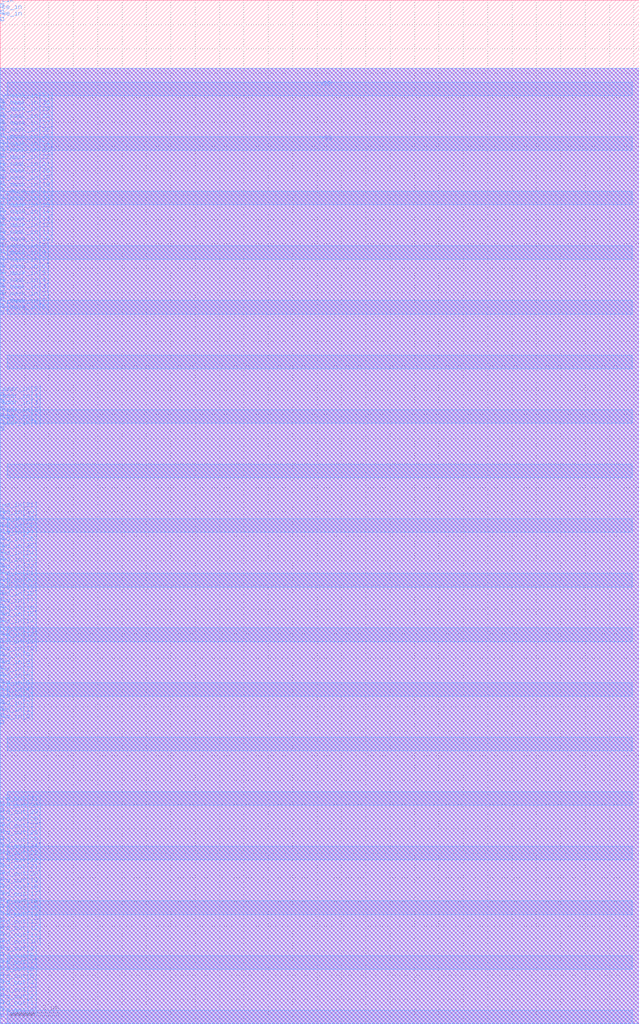
<source format=lef>
# Generated by FakeRAM 2.0
VERSION 5.7 ;
BUSBITCHARS "[]" ;
PROPERTYDEFINITIONS
  MACRO width INTEGER ;
  MACRO depth INTEGER ;
  MACRO banks INTEGER ;
END PROPERTYDEFINITIONS
MACRO fakeram45_64x32_top_tier
  PROPERTY width 32 ;
  PROPERTY depth 64 ;
  PROPERTY banks 1 ;
  FOREIGN fakeram45_64x32_top_tier 0 0 ;
  SYMMETRY X Y R90 ;
  SIZE 26.220 BY 42.0 ;
  CLASS BLOCK ;
  PIN rd_out[0]
    DIRECTION OUTPUT ;
    USE SIGNAL ;
    SHAPE ABUTMENT ;
    PORT
      LAYER metal4_top_tier ;
      RECT 0.000 0.280 0.140 0.420 ;
    END
  END rd_out[0]
  PIN rd_out[1]
    DIRECTION OUTPUT ;
    USE SIGNAL ;
    SHAPE ABUTMENT ;
    PORT
      LAYER metal4_top_tier ;
      RECT 0.000 0.560 0.140 0.700 ;
    END
  END rd_out[1]
  PIN rd_out[2]
    DIRECTION OUTPUT ;
    USE SIGNAL ;
    SHAPE ABUTMENT ;
    PORT
      LAYER metal4_top_tier ;
      RECT 0.000 0.840 0.140 0.980 ;
    END
  END rd_out[2]
  PIN rd_out[3]
    DIRECTION OUTPUT ;
    USE SIGNAL ;
    SHAPE ABUTMENT ;
    PORT
      LAYER metal4_top_tier ;
      RECT 0.000 1.120 0.140 1.260 ;
    END
  END rd_out[3]
  PIN rd_out[4]
    DIRECTION OUTPUT ;
    USE SIGNAL ;
    SHAPE ABUTMENT ;
    PORT
      LAYER metal4_top_tier ;
      RECT 0.000 1.400 0.140 1.540 ;
    END
  END rd_out[4]
  PIN rd_out[5]
    DIRECTION OUTPUT ;
    USE SIGNAL ;
    SHAPE ABUTMENT ;
    PORT
      LAYER metal4_top_tier ;
      RECT 0.000 1.680 0.140 1.820 ;
    END
  END rd_out[5]
  PIN rd_out[6]
    DIRECTION OUTPUT ;
    USE SIGNAL ;
    SHAPE ABUTMENT ;
    PORT
      LAYER metal4_top_tier ;
      RECT 0.000 1.960 0.140 2.100 ;
    END
  END rd_out[6]
  PIN rd_out[7]
    DIRECTION OUTPUT ;
    USE SIGNAL ;
    SHAPE ABUTMENT ;
    PORT
      LAYER metal4_top_tier ;
      RECT 0.000 2.240 0.140 2.380 ;
    END
  END rd_out[7]
  PIN rd_out[8]
    DIRECTION OUTPUT ;
    USE SIGNAL ;
    SHAPE ABUTMENT ;
    PORT
      LAYER metal4_top_tier ;
      RECT 0.000 2.520 0.140 2.660 ;
    END
  END rd_out[8]
  PIN rd_out[9]
    DIRECTION OUTPUT ;
    USE SIGNAL ;
    SHAPE ABUTMENT ;
    PORT
      LAYER metal4_top_tier ;
      RECT 0.000 2.800 0.140 2.940 ;
    END
  END rd_out[9]
  PIN rd_out[10]
    DIRECTION OUTPUT ;
    USE SIGNAL ;
    SHAPE ABUTMENT ;
    PORT
      LAYER metal4_top_tier ;
      RECT 0.000 3.080 0.140 3.220 ;
    END
  END rd_out[10]
  PIN rd_out[11]
    DIRECTION OUTPUT ;
    USE SIGNAL ;
    SHAPE ABUTMENT ;
    PORT
      LAYER metal4_top_tier ;
      RECT 0.000 3.360 0.140 3.500 ;
    END
  END rd_out[11]
  PIN rd_out[12]
    DIRECTION OUTPUT ;
    USE SIGNAL ;
    SHAPE ABUTMENT ;
    PORT
      LAYER metal4_top_tier ;
      RECT 0.000 3.640 0.140 3.780 ;
    END
  END rd_out[12]
  PIN rd_out[13]
    DIRECTION OUTPUT ;
    USE SIGNAL ;
    SHAPE ABUTMENT ;
    PORT
      LAYER metal4_top_tier ;
      RECT 0.000 3.920 0.140 4.060 ;
    END
  END rd_out[13]
  PIN rd_out[14]
    DIRECTION OUTPUT ;
    USE SIGNAL ;
    SHAPE ABUTMENT ;
    PORT
      LAYER metal4_top_tier ;
      RECT 0.000 4.200 0.140 4.340 ;
    END
  END rd_out[14]
  PIN rd_out[15]
    DIRECTION OUTPUT ;
    USE SIGNAL ;
    SHAPE ABUTMENT ;
    PORT
      LAYER metal4_top_tier ;
      RECT 0.000 4.480 0.140 4.620 ;
    END
  END rd_out[15]
  PIN rd_out[16]
    DIRECTION OUTPUT ;
    USE SIGNAL ;
    SHAPE ABUTMENT ;
    PORT
      LAYER metal4_top_tier ;
      RECT 0.000 4.760 0.140 4.900 ;
    END
  END rd_out[16]
  PIN rd_out[17]
    DIRECTION OUTPUT ;
    USE SIGNAL ;
    SHAPE ABUTMENT ;
    PORT
      LAYER metal4_top_tier ;
      RECT 0.000 5.040 0.140 5.180 ;
    END
  END rd_out[17]
  PIN rd_out[18]
    DIRECTION OUTPUT ;
    USE SIGNAL ;
    SHAPE ABUTMENT ;
    PORT
      LAYER metal4_top_tier ;
      RECT 0.000 5.320 0.140 5.460 ;
    END
  END rd_out[18]
  PIN rd_out[19]
    DIRECTION OUTPUT ;
    USE SIGNAL ;
    SHAPE ABUTMENT ;
    PORT
      LAYER metal4_top_tier ;
      RECT 0.000 5.600 0.140 5.740 ;
    END
  END rd_out[19]
  PIN rd_out[20]
    DIRECTION OUTPUT ;
    USE SIGNAL ;
    SHAPE ABUTMENT ;
    PORT
      LAYER metal4_top_tier ;
      RECT 0.000 5.880 0.140 6.020 ;
    END
  END rd_out[20]
  PIN rd_out[21]
    DIRECTION OUTPUT ;
    USE SIGNAL ;
    SHAPE ABUTMENT ;
    PORT
      LAYER metal4_top_tier ;
      RECT 0.000 6.160 0.140 6.300 ;
    END
  END rd_out[21]
  PIN rd_out[22]
    DIRECTION OUTPUT ;
    USE SIGNAL ;
    SHAPE ABUTMENT ;
    PORT
      LAYER metal4_top_tier ;
      RECT 0.000 6.440 0.140 6.580 ;
    END
  END rd_out[22]
  PIN rd_out[23]
    DIRECTION OUTPUT ;
    USE SIGNAL ;
    SHAPE ABUTMENT ;
    PORT
      LAYER metal4_top_tier ;
      RECT 0.000 6.720 0.140 6.860 ;
    END
  END rd_out[23]
  PIN rd_out[24]
    DIRECTION OUTPUT ;
    USE SIGNAL ;
    SHAPE ABUTMENT ;
    PORT
      LAYER metal4_top_tier ;
      RECT 0.000 7.000 0.140 7.140 ;
    END
  END rd_out[24]
  PIN rd_out[25]
    DIRECTION OUTPUT ;
    USE SIGNAL ;
    SHAPE ABUTMENT ;
    PORT
      LAYER metal4_top_tier ;
      RECT 0.000 7.280 0.140 7.420 ;
    END
  END rd_out[25]
  PIN rd_out[26]
    DIRECTION OUTPUT ;
    USE SIGNAL ;
    SHAPE ABUTMENT ;
    PORT
      LAYER metal4_top_tier ;
      RECT 0.000 7.560 0.140 7.700 ;
    END
  END rd_out[26]
  PIN rd_out[27]
    DIRECTION OUTPUT ;
    USE SIGNAL ;
    SHAPE ABUTMENT ;
    PORT
      LAYER metal4_top_tier ;
      RECT 0.000 7.840 0.140 7.980 ;
    END
  END rd_out[27]
  PIN rd_out[28]
    DIRECTION OUTPUT ;
    USE SIGNAL ;
    SHAPE ABUTMENT ;
    PORT
      LAYER metal4_top_tier ;
      RECT 0.000 8.120 0.140 8.260 ;
    END
  END rd_out[28]
  PIN rd_out[29]
    DIRECTION OUTPUT ;
    USE SIGNAL ;
    SHAPE ABUTMENT ;
    PORT
      LAYER metal4_top_tier ;
      RECT 0.000 8.400 0.140 8.540 ;
    END
  END rd_out[29]
  PIN rd_out[30]
    DIRECTION OUTPUT ;
    USE SIGNAL ;
    SHAPE ABUTMENT ;
    PORT
      LAYER metal4_top_tier ;
      RECT 0.000 8.680 0.140 8.820 ;
    END
  END rd_out[30]
  PIN rd_out[31]
    DIRECTION OUTPUT ;
    USE SIGNAL ;
    SHAPE ABUTMENT ;
    PORT
      LAYER metal4_top_tier ;
      RECT 0.000 8.960 0.140 9.100 ;
    END
  END rd_out[31]
  PIN wd_in[0]
    DIRECTION INPUT ;
    USE SIGNAL ;
    SHAPE ABUTMENT ;
    PORT
      LAYER metal4_top_tier ;
      RECT 0.000 12.320 0.140 12.460 ;
    END
  END wd_in[0]
  PIN wd_in[1]
    DIRECTION INPUT ;
    USE SIGNAL ;
    SHAPE ABUTMENT ;
    PORT
      LAYER metal4_top_tier ;
      RECT 0.000 12.600 0.140 12.740 ;
    END
  END wd_in[1]
  PIN wd_in[2]
    DIRECTION INPUT ;
    USE SIGNAL ;
    SHAPE ABUTMENT ;
    PORT
      LAYER metal4_top_tier ;
      RECT 0.000 12.880 0.140 13.020 ;
    END
  END wd_in[2]
  PIN wd_in[3]
    DIRECTION INPUT ;
    USE SIGNAL ;
    SHAPE ABUTMENT ;
    PORT
      LAYER metal4_top_tier ;
      RECT 0.000 13.160 0.140 13.300 ;
    END
  END wd_in[3]
  PIN wd_in[4]
    DIRECTION INPUT ;
    USE SIGNAL ;
    SHAPE ABUTMENT ;
    PORT
      LAYER metal4_top_tier ;
      RECT 0.000 13.440 0.140 13.580 ;
    END
  END wd_in[4]
  PIN wd_in[5]
    DIRECTION INPUT ;
    USE SIGNAL ;
    SHAPE ABUTMENT ;
    PORT
      LAYER metal4_top_tier ;
      RECT 0.000 13.720 0.140 13.860 ;
    END
  END wd_in[5]
  PIN wd_in[6]
    DIRECTION INPUT ;
    USE SIGNAL ;
    SHAPE ABUTMENT ;
    PORT
      LAYER metal4_top_tier ;
      RECT 0.000 14.000 0.140 14.140 ;
    END
  END wd_in[6]
  PIN wd_in[7]
    DIRECTION INPUT ;
    USE SIGNAL ;
    SHAPE ABUTMENT ;
    PORT
      LAYER metal4_top_tier ;
      RECT 0.000 14.280 0.140 14.420 ;
    END
  END wd_in[7]
  PIN wd_in[8]
    DIRECTION INPUT ;
    USE SIGNAL ;
    SHAPE ABUTMENT ;
    PORT
      LAYER metal4_top_tier ;
      RECT 0.000 14.560 0.140 14.700 ;
    END
  END wd_in[8]
  PIN wd_in[9]
    DIRECTION INPUT ;
    USE SIGNAL ;
    SHAPE ABUTMENT ;
    PORT
      LAYER metal4_top_tier ;
      RECT 0.000 14.840 0.140 14.980 ;
    END
  END wd_in[9]
  PIN wd_in[10]
    DIRECTION INPUT ;
    USE SIGNAL ;
    SHAPE ABUTMENT ;
    PORT
      LAYER metal4_top_tier ;
      RECT 0.000 15.120 0.140 15.260 ;
    END
  END wd_in[10]
  PIN wd_in[11]
    DIRECTION INPUT ;
    USE SIGNAL ;
    SHAPE ABUTMENT ;
    PORT
      LAYER metal4_top_tier ;
      RECT 0.000 15.400 0.140 15.540 ;
    END
  END wd_in[11]
  PIN wd_in[12]
    DIRECTION INPUT ;
    USE SIGNAL ;
    SHAPE ABUTMENT ;
    PORT
      LAYER metal4_top_tier ;
      RECT 0.000 15.680 0.140 15.820 ;
    END
  END wd_in[12]
  PIN wd_in[13]
    DIRECTION INPUT ;
    USE SIGNAL ;
    SHAPE ABUTMENT ;
    PORT
      LAYER metal4_top_tier ;
      RECT 0.000 15.960 0.140 16.100 ;
    END
  END wd_in[13]
  PIN wd_in[14]
    DIRECTION INPUT ;
    USE SIGNAL ;
    SHAPE ABUTMENT ;
    PORT
      LAYER metal4_top_tier ;
      RECT 0.000 16.240 0.140 16.380 ;
    END
  END wd_in[14]
  PIN wd_in[15]
    DIRECTION INPUT ;
    USE SIGNAL ;
    SHAPE ABUTMENT ;
    PORT
      LAYER metal4_top_tier ;
      RECT 0.000 16.520 0.140 16.660 ;
    END
  END wd_in[15]
  PIN wd_in[16]
    DIRECTION INPUT ;
    USE SIGNAL ;
    SHAPE ABUTMENT ;
    PORT
      LAYER metal4_top_tier ;
      RECT 0.000 16.800 0.140 16.940 ;
    END
  END wd_in[16]
  PIN wd_in[17]
    DIRECTION INPUT ;
    USE SIGNAL ;
    SHAPE ABUTMENT ;
    PORT
      LAYER metal4_top_tier ;
      RECT 0.000 17.080 0.140 17.220 ;
    END
  END wd_in[17]
  PIN wd_in[18]
    DIRECTION INPUT ;
    USE SIGNAL ;
    SHAPE ABUTMENT ;
    PORT
      LAYER metal4_top_tier ;
      RECT 0.000 17.360 0.140 17.500 ;
    END
  END wd_in[18]
  PIN wd_in[19]
    DIRECTION INPUT ;
    USE SIGNAL ;
    SHAPE ABUTMENT ;
    PORT
      LAYER metal4_top_tier ;
      RECT 0.000 17.640 0.140 17.780 ;
    END
  END wd_in[19]
  PIN wd_in[20]
    DIRECTION INPUT ;
    USE SIGNAL ;
    SHAPE ABUTMENT ;
    PORT
      LAYER metal4_top_tier ;
      RECT 0.000 17.920 0.140 18.060 ;
    END
  END wd_in[20]
  PIN wd_in[21]
    DIRECTION INPUT ;
    USE SIGNAL ;
    SHAPE ABUTMENT ;
    PORT
      LAYER metal4_top_tier ;
      RECT 0.000 18.200 0.140 18.340 ;
    END
  END wd_in[21]
  PIN wd_in[22]
    DIRECTION INPUT ;
    USE SIGNAL ;
    SHAPE ABUTMENT ;
    PORT
      LAYER metal4_top_tier ;
      RECT 0.000 18.480 0.140 18.620 ;
    END
  END wd_in[22]
  PIN wd_in[23]
    DIRECTION INPUT ;
    USE SIGNAL ;
    SHAPE ABUTMENT ;
    PORT
      LAYER metal4_top_tier ;
      RECT 0.000 18.760 0.140 18.900 ;
    END
  END wd_in[23]
  PIN wd_in[24]
    DIRECTION INPUT ;
    USE SIGNAL ;
    SHAPE ABUTMENT ;
    PORT
      LAYER metal4_top_tier ;
      RECT 0.000 19.040 0.140 19.180 ;
    END
  END wd_in[24]
  PIN wd_in[25]
    DIRECTION INPUT ;
    USE SIGNAL ;
    SHAPE ABUTMENT ;
    PORT
      LAYER metal4_top_tier ;
      RECT 0.000 19.320 0.140 19.460 ;
    END
  END wd_in[25]
  PIN wd_in[26]
    DIRECTION INPUT ;
    USE SIGNAL ;
    SHAPE ABUTMENT ;
    PORT
      LAYER metal4_top_tier ;
      RECT 0.000 19.600 0.140 19.740 ;
    END
  END wd_in[26]
  PIN wd_in[27]
    DIRECTION INPUT ;
    USE SIGNAL ;
    SHAPE ABUTMENT ;
    PORT
      LAYER metal4_top_tier ;
      RECT 0.000 19.880 0.140 20.020 ;
    END
  END wd_in[27]
  PIN wd_in[28]
    DIRECTION INPUT ;
    USE SIGNAL ;
    SHAPE ABUTMENT ;
    PORT
      LAYER metal4_top_tier ;
      RECT 0.000 20.160 0.140 20.300 ;
    END
  END wd_in[28]
  PIN wd_in[29]
    DIRECTION INPUT ;
    USE SIGNAL ;
    SHAPE ABUTMENT ;
    PORT
      LAYER metal4_top_tier ;
      RECT 0.000 20.440 0.140 20.580 ;
    END
  END wd_in[29]
  PIN wd_in[30]
    DIRECTION INPUT ;
    USE SIGNAL ;
    SHAPE ABUTMENT ;
    PORT
      LAYER metal4_top_tier ;
      RECT 0.000 20.720 0.140 20.860 ;
    END
  END wd_in[30]
  PIN wd_in[31]
    DIRECTION INPUT ;
    USE SIGNAL ;
    SHAPE ABUTMENT ;
    PORT
      LAYER metal4_top_tier ;
      RECT 0.000 21.000 0.140 21.140 ;
    END
  END wd_in[31]
  PIN addr_in[0]
    DIRECTION INPUT ;
    USE SIGNAL ;
    SHAPE ABUTMENT ;
    PORT
      LAYER metal4_top_tier ;
      RECT 0.000 24.360 0.140 24.500 ;
    END
  END addr_in[0]
  PIN addr_in[1]
    DIRECTION INPUT ;
    USE SIGNAL ;
    SHAPE ABUTMENT ;
    PORT
      LAYER metal4_top_tier ;
      RECT 0.000 24.640 0.140 24.780 ;
    END
  END addr_in[1]
  PIN addr_in[2]
    DIRECTION INPUT ;
    USE SIGNAL ;
    SHAPE ABUTMENT ;
    PORT
      LAYER metal4_top_tier ;
      RECT 0.000 24.920 0.140 25.060 ;
    END
  END addr_in[2]
  PIN addr_in[3]
    DIRECTION INPUT ;
    USE SIGNAL ;
    SHAPE ABUTMENT ;
    PORT
      LAYER metal4_top_tier ;
      RECT 0.000 25.200 0.140 25.340 ;
    END
  END addr_in[3]
  PIN addr_in[4]
    DIRECTION INPUT ;
    USE SIGNAL ;
    SHAPE ABUTMENT ;
    PORT
      LAYER metal4_top_tier ;
      RECT 0.000 25.480 0.140 25.620 ;
    END
  END addr_in[4]
  PIN addr_in[5]
    DIRECTION INPUT ;
    USE SIGNAL ;
    SHAPE ABUTMENT ;
    PORT
      LAYER metal4_top_tier ;
      RECT 0.000 25.760 0.140 25.900 ;
    END
  END addr_in[5]
  PIN w_mask_in[0]
    DIRECTION OUTPUT ;
    USE SIGNAL ;
    SHAPE ABUTMENT ;
    PORT
      LAYER metal4_top_tier ;
      RECT 0.000 29.120 0.140 29.260 ;
    END
  END w_mask_in[0]
  PIN w_mask_in[1]
    DIRECTION OUTPUT ;
    USE SIGNAL ;
    SHAPE ABUTMENT ;
    PORT
      LAYER metal4_top_tier ;
      RECT 0.000 29.400 0.140 29.540 ;
    END
  END w_mask_in[1]
  PIN w_mask_in[2]
    DIRECTION OUTPUT ;
    USE SIGNAL ;
    SHAPE ABUTMENT ;
    PORT
      LAYER metal4_top_tier ;
      RECT 0.000 29.680 0.140 29.820 ;
    END
  END w_mask_in[2]
  PIN w_mask_in[3]
    DIRECTION OUTPUT ;
    USE SIGNAL ;
    SHAPE ABUTMENT ;
    PORT
      LAYER metal4_top_tier ;
      RECT 0.000 29.960 0.140 30.100 ;
    END
  END w_mask_in[3]
  PIN w_mask_in[4]
    DIRECTION OUTPUT ;
    USE SIGNAL ;
    SHAPE ABUTMENT ;
    PORT
      LAYER metal4_top_tier ;
      RECT 0.000 30.240 0.140 30.380 ;
    END
  END w_mask_in[4]
  PIN w_mask_in[5]
    DIRECTION OUTPUT ;
    USE SIGNAL ;
    SHAPE ABUTMENT ;
    PORT
      LAYER metal4_top_tier ;
      RECT 0.000 30.520 0.140 30.660 ;
    END
  END w_mask_in[5]
  PIN w_mask_in[6]
    DIRECTION OUTPUT ;
    USE SIGNAL ;
    SHAPE ABUTMENT ;
    PORT
      LAYER metal4_top_tier ;
      RECT 0.000 30.800 0.140 30.940 ;
    END
  END w_mask_in[6]
  PIN w_mask_in[7]
    DIRECTION OUTPUT ;
    USE SIGNAL ;
    SHAPE ABUTMENT ;
    PORT
      LAYER metal4_top_tier ;
      RECT 0.000 31.080 0.140 31.220 ;
    END
  END w_mask_in[7]
  PIN w_mask_in[8]
    DIRECTION OUTPUT ;
    USE SIGNAL ;
    SHAPE ABUTMENT ;
    PORT
      LAYER metal4_top_tier ;
      RECT 0.000 31.360 0.140 31.500 ;
    END
  END w_mask_in[8]
  PIN w_mask_in[9]
    DIRECTION OUTPUT ;
    USE SIGNAL ;
    SHAPE ABUTMENT ;
    PORT
      LAYER metal4_top_tier ;
      RECT 0.000 31.640 0.140 31.780 ;
    END
  END w_mask_in[9]
  PIN w_mask_in[10]
    DIRECTION OUTPUT ;
    USE SIGNAL ;
    SHAPE ABUTMENT ;
    PORT
      LAYER metal4_top_tier ;
      RECT 0.000 31.920 0.140 32.060 ;
    END
  END w_mask_in[10]
  PIN w_mask_in[11]
    DIRECTION OUTPUT ;
    USE SIGNAL ;
    SHAPE ABUTMENT ;
    PORT
      LAYER metal4_top_tier ;
      RECT 0.000 32.200 0.140 32.340 ;
    END
  END w_mask_in[11]
  PIN w_mask_in[12]
    DIRECTION OUTPUT ;
    USE SIGNAL ;
    SHAPE ABUTMENT ;
    PORT
      LAYER metal4_top_tier ;
      RECT 0.000 32.480 0.140 32.620 ;
    END
  END w_mask_in[12]
  PIN w_mask_in[13]
    DIRECTION OUTPUT ;
    USE SIGNAL ;
    SHAPE ABUTMENT ;
    PORT
      LAYER metal4_top_tier ;
      RECT 0.000 32.760 0.140 32.900 ;
    END
  END w_mask_in[13]
  PIN w_mask_in[14]
    DIRECTION OUTPUT ;
    USE SIGNAL ;
    SHAPE ABUTMENT ;
    PORT
      LAYER metal4_top_tier ;
      RECT 0.000 33.040 0.140 33.180 ;
    END
  END w_mask_in[14]
  PIN w_mask_in[15]
    DIRECTION OUTPUT ;
    USE SIGNAL ;
    SHAPE ABUTMENT ;
    PORT
      LAYER metal4_top_tier ;
      RECT 0.000 33.320 0.140 33.460 ;
    END
  END w_mask_in[15]
  PIN w_mask_in[16]
    DIRECTION OUTPUT ;
    USE SIGNAL ;
    SHAPE ABUTMENT ;
    PORT
      LAYER metal4_top_tier ;
      RECT 0.000 33.600 0.140 33.740 ;
    END
  END w_mask_in[16]
  PIN w_mask_in[17]
    DIRECTION OUTPUT ;
    USE SIGNAL ;
    SHAPE ABUTMENT ;
    PORT
      LAYER metal4_top_tier ;
      RECT 0.000 33.880 0.140 34.020 ;
    END
  END w_mask_in[17]
  PIN w_mask_in[18]
    DIRECTION OUTPUT ;
    USE SIGNAL ;
    SHAPE ABUTMENT ;
    PORT
      LAYER metal4_top_tier ;
      RECT 0.000 34.160 0.140 34.300 ;
    END
  END w_mask_in[18]
  PIN w_mask_in[19]
    DIRECTION OUTPUT ;
    USE SIGNAL ;
    SHAPE ABUTMENT ;
    PORT
      LAYER metal4_top_tier ;
      RECT 0.000 34.440 0.140 34.580 ;
    END
  END w_mask_in[19]
  PIN w_mask_in[20]
    DIRECTION OUTPUT ;
    USE SIGNAL ;
    SHAPE ABUTMENT ;
    PORT
      LAYER metal4_top_tier ;
      RECT 0.000 34.720 0.140 34.860 ;
    END
  END w_mask_in[20]
  PIN w_mask_in[21]
    DIRECTION OUTPUT ;
    USE SIGNAL ;
    SHAPE ABUTMENT ;
    PORT
      LAYER metal4_top_tier ;
      RECT 0.000 35.000 0.140 35.140 ;
    END
  END w_mask_in[21]
  PIN w_mask_in[22]
    DIRECTION OUTPUT ;
    USE SIGNAL ;
    SHAPE ABUTMENT ;
    PORT
      LAYER metal4_top_tier ;
      RECT 0.000 35.280 0.140 35.420 ;
    END
  END w_mask_in[22]
  PIN w_mask_in[23]
    DIRECTION OUTPUT ;
    USE SIGNAL ;
    SHAPE ABUTMENT ;
    PORT
      LAYER metal4_top_tier ;
      RECT 0.000 35.560 0.140 35.700 ;
    END
  END w_mask_in[23]
  PIN w_mask_in[24]
    DIRECTION OUTPUT ;
    USE SIGNAL ;
    SHAPE ABUTMENT ;
    PORT
      LAYER metal4_top_tier ;
      RECT 0.000 35.840 0.140 35.980 ;
    END
  END w_mask_in[24]
  PIN w_mask_in[25]
    DIRECTION OUTPUT ;
    USE SIGNAL ;
    SHAPE ABUTMENT ;
    PORT
      LAYER metal4_top_tier ;
      RECT 0.000 36.120 0.140 36.260 ;
    END
  END w_mask_in[25]
  PIN w_mask_in[26]
    DIRECTION OUTPUT ;
    USE SIGNAL ;
    SHAPE ABUTMENT ;
    PORT
      LAYER metal4_top_tier ;
      RECT 0.000 36.400 0.140 36.540 ;
    END
  END w_mask_in[26]
  PIN w_mask_in[27]
    DIRECTION OUTPUT ;
    USE SIGNAL ;
    SHAPE ABUTMENT ;
    PORT
      LAYER metal4_top_tier ;
      RECT 0.000 36.680 0.140 36.820 ;
    END
  END w_mask_in[27]
  PIN w_mask_in[28]
    DIRECTION OUTPUT ;
    USE SIGNAL ;
    SHAPE ABUTMENT ;
    PORT
      LAYER metal4_top_tier ;
      RECT 0.000 36.960 0.140 37.100 ;
    END
  END w_mask_in[28]
  PIN w_mask_in[29]
    DIRECTION OUTPUT ;
    USE SIGNAL ;
    SHAPE ABUTMENT ;
    PORT
      LAYER metal4_top_tier ;
      RECT 0.000 37.240 0.140 37.380 ;
    END
  END w_mask_in[29]
  PIN w_mask_in[30]
    DIRECTION OUTPUT ;
    USE SIGNAL ;
    SHAPE ABUTMENT ;
    PORT
      LAYER metal4_top_tier ;
      RECT 0.000 37.520 0.140 37.660 ;
    END
  END w_mask_in[30]
  PIN w_mask_in[31]
    DIRECTION OUTPUT ;
    USE SIGNAL ;
    SHAPE ABUTMENT ;
    PORT
      LAYER metal4_top_tier ;
      RECT 0.000 37.800 0.140 37.940 ;
    END
  END w_mask_in[31]
  PIN we_in
    DIRECTION INPUT ;
    USE SIGNAL ;
    SHAPE ABUTMENT ;
    PORT
      LAYER metal4_top_tier ;
      RECT 0.000 41.160 0.140 41.300 ;
    END
  END we_in
  PIN ce_in
    DIRECTION INPUT ;
    USE SIGNAL ;
    SHAPE ABUTMENT ;
    PORT
      LAYER metal4_top_tier ;
      RECT 0.000 41.440 0.140 41.580 ;
    END
  END ce_in
  PIN clk
    DIRECTION INPUT ;
    USE SIGNAL ;
    SHAPE ABUTMENT ;
    PORT
      LAYER metal4_top_tier ;
      RECT 0.000 41.720 0.140 41.860 ;
    END
  END clk
  PIN VSS
    DIRECTION INOUT ;
    USE GROUND ;
    PORT
      LAYER metal4_top_tier ;
      RECT 0.280 0.000 25.940 0.560 ;
      RECT 0.280 4.480 25.940 5.040 ;
      RECT 0.280 8.960 25.940 9.520 ;
      RECT 0.280 13.440 25.940 14.000 ;
      RECT 0.280 17.920 25.940 18.480 ;
      RECT 0.280 22.400 25.940 22.960 ;
      RECT 0.280 26.880 25.940 27.440 ;
      RECT 0.280 31.360 25.940 31.920 ;
      RECT 0.280 35.840 25.940 36.400 ;
    END
  END VSS
  PIN VDD
    DIRECTION INOUT ;
    USE POWER ;
    PORT
      LAYER metal4_top_tier ;
      RECT 0.280 2.240 25.940 2.800 ;
      RECT 0.280 6.720 25.940 7.280 ;
      RECT 0.280 11.200 25.940 11.760 ;
      RECT 0.280 15.680 25.940 16.240 ;
      RECT 0.280 20.160 25.940 20.720 ;
      RECT 0.280 24.640 25.940 25.200 ;
      RECT 0.280 29.120 25.940 29.680 ;
      RECT 0.280 33.600 25.940 34.160 ;
      RECT 0.280 38.080 25.940 38.640 ;
    END
  END VDD
  OBS
    LAYER metal1_top_tier ;
    RECT 0 0 26.220 39.200 ;
    LAYER metal2_top_tier ;
    RECT 0 0 26.220 39.200 ;
    LAYER metal3_top_tier ;
    RECT 0 0 26.220 39.200 ;
    LAYER metal4_top_tier ;
    RECT 0 0 26.220 39.200 ;
  END
END fakeram45_64x32_top_tier

END LIBRARY

</source>
